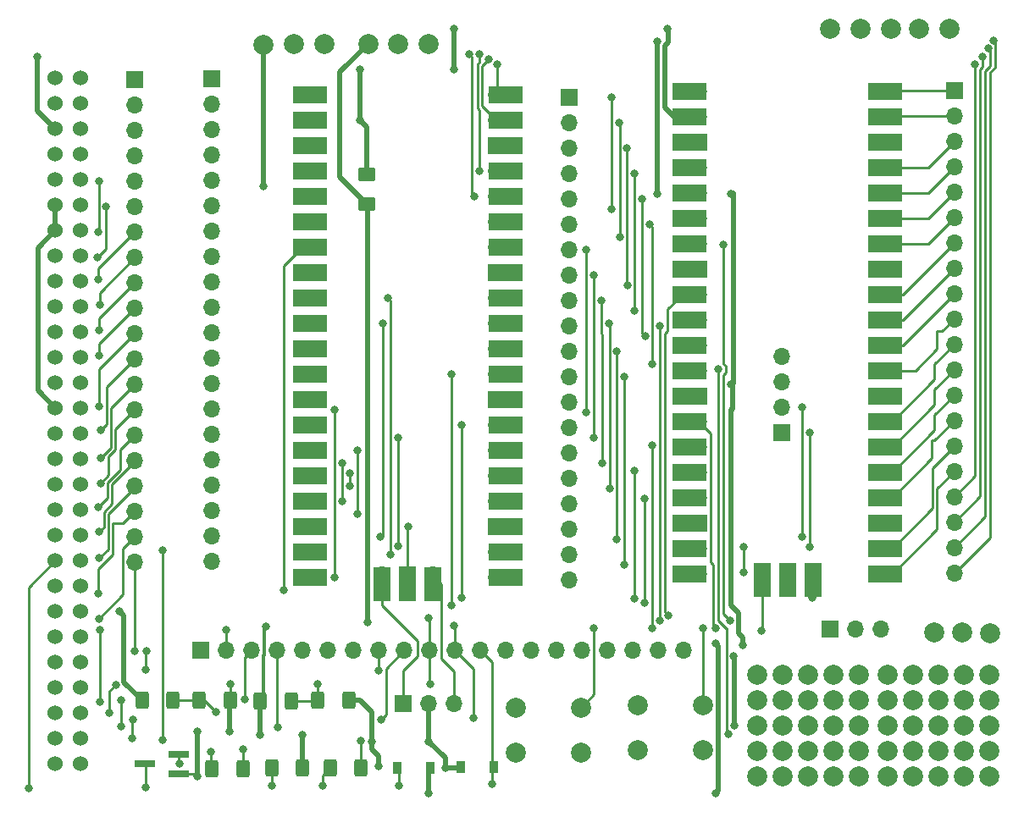
<source format=gbl>
%TF.GenerationSoftware,KiCad,Pcbnew,6.0.11-2627ca5db0~126~ubuntu22.04.1*%
%TF.CreationDate,2023-11-05T18:43:30+00:00*%
%TF.ProjectId,zx-spectrum-diagnostics,7a782d73-7065-4637-9472-756d2d646961,rev?*%
%TF.SameCoordinates,Original*%
%TF.FileFunction,Copper,L2,Bot*%
%TF.FilePolarity,Positive*%
%FSLAX46Y46*%
G04 Gerber Fmt 4.6, Leading zero omitted, Abs format (unit mm)*
G04 Created by KiCad (PCBNEW 6.0.11-2627ca5db0~126~ubuntu22.04.1) date 2023-11-05 18:43:30*
%MOMM*%
%LPD*%
G01*
G04 APERTURE LIST*
G04 Aperture macros list*
%AMRoundRect*
0 Rectangle with rounded corners*
0 $1 Rounding radius*
0 $2 $3 $4 $5 $6 $7 $8 $9 X,Y pos of 4 corners*
0 Add a 4 corners polygon primitive as box body*
4,1,4,$2,$3,$4,$5,$6,$7,$8,$9,$2,$3,0*
0 Add four circle primitives for the rounded corners*
1,1,$1+$1,$2,$3*
1,1,$1+$1,$4,$5*
1,1,$1+$1,$6,$7*
1,1,$1+$1,$8,$9*
0 Add four rect primitives between the rounded corners*
20,1,$1+$1,$2,$3,$4,$5,0*
20,1,$1+$1,$4,$5,$6,$7,0*
20,1,$1+$1,$6,$7,$8,$9,0*
20,1,$1+$1,$8,$9,$2,$3,0*%
G04 Aperture macros list end*
%TA.AperFunction,SMDPad,CuDef*%
%ADD10R,0.900000X1.200000*%
%TD*%
%TA.AperFunction,ComponentPad*%
%ADD11C,2.000000*%
%TD*%
%TA.AperFunction,SMDPad,CuDef*%
%ADD12RoundRect,0.250000X0.400000X0.625000X-0.400000X0.625000X-0.400000X-0.625000X0.400000X-0.625000X0*%
%TD*%
%TA.AperFunction,ComponentPad*%
%ADD13R,1.700000X1.700000*%
%TD*%
%TA.AperFunction,ComponentPad*%
%ADD14O,1.700000X1.700000*%
%TD*%
%TA.AperFunction,ComponentPad*%
%ADD15C,1.524000*%
%TD*%
%TA.AperFunction,SMDPad,CuDef*%
%ADD16RoundRect,0.250000X-0.400000X-0.625000X0.400000X-0.625000X0.400000X0.625000X-0.400000X0.625000X0*%
%TD*%
%TA.AperFunction,SMDPad,CuDef*%
%ADD17R,2.000000X0.650000*%
%TD*%
%TA.AperFunction,SMDPad,CuDef*%
%ADD18RoundRect,0.250001X-0.624999X0.462499X-0.624999X-0.462499X0.624999X-0.462499X0.624999X0.462499X0*%
%TD*%
%TA.AperFunction,SMDPad,CuDef*%
%ADD19R,3.500000X1.700000*%
%TD*%
%TA.AperFunction,SMDPad,CuDef*%
%ADD20R,1.700000X3.500000*%
%TD*%
%TA.AperFunction,ViaPad*%
%ADD21C,0.800000*%
%TD*%
%TA.AperFunction,Conductor*%
%ADD22C,0.500000*%
%TD*%
%TA.AperFunction,Conductor*%
%ADD23C,0.300000*%
%TD*%
%TA.AperFunction,Conductor*%
%ADD24C,0.250000*%
%TD*%
G04 APERTURE END LIST*
D10*
%TO.P,D103,1,K*%
%TO.N,MIN5V_DIV*%
X122220000Y-150270000D03*
%TO.P,D103,2,A*%
%TO.N,GND*%
X118920000Y-150270000D03*
%TD*%
%TO.P,D102,1,K*%
%TO.N,3V3_PICO1*%
X115910000Y-150290000D03*
%TO.P,D102,2,A*%
%TO.N,MIN5V_DIV*%
X112610000Y-150290000D03*
%TD*%
D11*
%TO.P,,1*%
%TO.N,GND*%
X155890000Y-76424000D03*
%TD*%
%TO.P,,1*%
%TO.N,GND*%
X158938000Y-76424000D03*
%TD*%
%TO.P,,1*%
%TO.N,GND*%
X161986000Y-76424000D03*
%TD*%
%TO.P,,1*%
%TO.N,GND*%
X164780000Y-76424000D03*
%TD*%
D12*
%TO.P,R107,1*%
%TO.N,PICO_RESET_Z80*%
X97170000Y-150370000D03*
%TO.P,R107,2*%
%TO.N,Net-(Q101-Pad1)*%
X94070000Y-150370000D03*
%TD*%
D11*
%TO.P,REF\u002A\u002A17,1*%
%TO.N,N/C*%
X166690000Y-148640000D03*
%TD*%
%TO.P,REF\u002A\u002A20,1*%
%TO.N,N/C*%
X148610000Y-151180000D03*
%TD*%
%TO.P,,1*%
%TO.N,+5V*%
X109726000Y-77898000D03*
%TD*%
%TO.P,REF\u002A\u002A19,1*%
%TO.N,N/C*%
X158770000Y-148640000D03*
%TD*%
%TO.P,REF\u002A\u002A,1*%
%TO.N,N/C*%
X148610000Y-141020000D03*
%TD*%
%TO.P,,1*%
%TO.N,3V3_PICO2*%
X99248000Y-78018000D03*
%TD*%
%TO.P,REF\u002A\u002A10,1*%
%TO.N,N/C*%
X148610000Y-146100000D03*
%TD*%
%TO.P,REF\u002A\u002A21,1*%
%TO.N,N/C*%
X151150000Y-151180000D03*
%TD*%
%TO.P,REF\u002A\u002A17,1*%
%TO.N,N/C*%
X153690000Y-148640000D03*
%TD*%
%TO.P,REF\u002A\u002A1,1*%
%TO.N,N/C*%
X151150000Y-141020000D03*
%TD*%
%TO.P,REF\u002A\u002A3,1*%
%TO.N,N/C*%
X169230000Y-141020000D03*
%TD*%
%TO.P,REF\u002A\u002A8,1*%
%TO.N,N/C*%
X169230000Y-143560000D03*
%TD*%
%TO.P,REF\u002A\u002A21,1*%
%TO.N,N/C*%
X164150000Y-151180000D03*
%TD*%
%TO.P,REF\u002A\u002A11,1*%
%TO.N,N/C*%
X164150000Y-146100000D03*
%TD*%
%TO.P,REF\u002A\u002A9,1*%
%TO.N,N/C*%
X158770000Y-143560000D03*
%TD*%
%TO.P,REF\u002A\u002A6,1*%
%TO.N,N/C*%
X164150000Y-143560000D03*
%TD*%
%TO.P,REF\u002A\u002A18,1*%
%TO.N,N/C*%
X156230000Y-148640000D03*
%TD*%
%TO.P,REF\u002A\u002A24,1*%
%TO.N,N/C*%
X158770000Y-151180000D03*
%TD*%
%TO.P,REF\u002A\u002A12,1*%
%TO.N,N/C*%
X166690000Y-146100000D03*
%TD*%
%TO.P,REF\u002A\u002A,1*%
%TO.N,N/C*%
X161610000Y-141020000D03*
%TD*%
%TO.P,,1*%
%TO.N,3V3_PICO1*%
X166270000Y-136750000D03*
%TD*%
%TO.P,REF\u002A\u002A13,1*%
%TO.N,N/C*%
X156230000Y-146100000D03*
%TD*%
%TO.P,,1*%
%TO.N,GND*%
X102296000Y-77948000D03*
%TD*%
%TO.P,REF\u002A\u002A24,1*%
%TO.N,N/C*%
X171770000Y-151180000D03*
%TD*%
%TO.P,REF\u002A\u002A3,1*%
%TO.N,N/C*%
X156230000Y-141020000D03*
%TD*%
%TO.P,REF\u002A\u002A22,1*%
%TO.N,N/C*%
X166690000Y-151180000D03*
%TD*%
%TO.P,REF\u002A\u002A13,1*%
%TO.N,N/C*%
X169230000Y-146100000D03*
%TD*%
%TO.P,,1*%
%TO.N,GND*%
X171850000Y-136810000D03*
%TD*%
%TO.P,REF\u002A\u002A2,1*%
%TO.N,N/C*%
X166690000Y-141020000D03*
%TD*%
D13*
%TO.P,J101,1,Pin_1*%
%TO.N,OLED_SDA*%
X151064000Y-116800000D03*
D14*
%TO.P,J101,2,Pin_2*%
%TO.N,OLED_SCK*%
X151064000Y-114260000D03*
%TO.P,J101,3,Pin_3*%
%TO.N,3V3_PICO1*%
X151064000Y-111720000D03*
%TO.P,J101,4,Pin_4*%
%TO.N,GND*%
X151064000Y-109180000D03*
%TD*%
D11*
%TO.P,,1*%
%TO.N,3V3_PICO1*%
X115758000Y-77898000D03*
%TD*%
%TO.P,SW101,1,A*%
%TO.N,GND*%
X143138000Y-148524000D03*
X136638000Y-148524000D03*
%TO.P,SW101,2,B*%
%TO.N,INPUT1*%
X136638000Y-144024000D03*
X143138000Y-144024000D03*
%TD*%
%TO.P,REF\u002A\u002A15,1*%
%TO.N,N/C*%
X161610000Y-148640000D03*
%TD*%
%TO.P,REF\u002A\u002A5,1*%
%TO.N,N/C*%
X148610000Y-143560000D03*
%TD*%
%TO.P,,1*%
%TO.N,GND*%
X112710000Y-77948000D03*
%TD*%
%TO.P,,1*%
%TO.N,+5V*%
X169050000Y-136800000D03*
%TD*%
%TO.P,REF\u002A\u002A2,1*%
%TO.N,N/C*%
X153690000Y-141020000D03*
%TD*%
%TO.P,REF\u002A\u002A6,1*%
%TO.N,N/C*%
X151150000Y-143560000D03*
%TD*%
%TO.P,REF\u002A\u002A11,1*%
%TO.N,N/C*%
X151150000Y-146100000D03*
%TD*%
%TO.P,REF\u002A\u002A14,1*%
%TO.N,N/C*%
X171770000Y-146100000D03*
%TD*%
%TO.P,SW102,1,A*%
%TO.N,GND*%
X130946000Y-148778000D03*
X124446000Y-148778000D03*
%TO.P,SW102,2,B*%
%TO.N,INPUT2*%
X130946000Y-144278000D03*
X124446000Y-144278000D03*
%TD*%
%TO.P,REF\u002A\u002A1,1*%
%TO.N,N/C*%
X164150000Y-141020000D03*
%TD*%
%TO.P,REF\u002A\u002A16,1*%
%TO.N,N/C*%
X164150000Y-148640000D03*
%TD*%
%TO.P,REF\u002A\u002A10,1*%
%TO.N,N/C*%
X161610000Y-146100000D03*
%TD*%
%TO.P,,1*%
%TO.N,+5V*%
X105344000Y-77948000D03*
%TD*%
%TO.P,REF\u002A\u002A4,1*%
%TO.N,N/C*%
X158770000Y-141020000D03*
%TD*%
%TO.P,REF\u002A\u002A20,1*%
%TO.N,N/C*%
X161610000Y-151180000D03*
%TD*%
%TO.P,REF\u002A\u002A16,1*%
%TO.N,N/C*%
X151150000Y-148640000D03*
%TD*%
%TO.P,REF\u002A\u002A15,1*%
%TO.N,N/C*%
X148610000Y-148640000D03*
%TD*%
%TO.P,,1*%
%TO.N,GND*%
X167828000Y-76424000D03*
%TD*%
%TO.P,REF\u002A\u002A14,1*%
%TO.N,N/C*%
X158770000Y-146100000D03*
%TD*%
%TO.P,REF\u002A\u002A7,1*%
%TO.N,N/C*%
X166690000Y-143560000D03*
%TD*%
%TO.P,REF\u002A\u002A9,1*%
%TO.N,N/C*%
X171770000Y-143560000D03*
%TD*%
%TO.P,REF\u002A\u002A12,1*%
%TO.N,N/C*%
X153690000Y-146100000D03*
%TD*%
%TO.P,REF\u002A\u002A19,1*%
%TO.N,N/C*%
X171770000Y-148640000D03*
%TD*%
%TO.P,REF\u002A\u002A7,1*%
%TO.N,N/C*%
X153690000Y-143560000D03*
%TD*%
%TO.P,REF\u002A\u002A23,1*%
%TO.N,N/C*%
X169230000Y-151180000D03*
%TD*%
%TO.P,REF\u002A\u002A23,1*%
%TO.N,N/C*%
X156230000Y-151180000D03*
%TD*%
%TO.P,REF\u002A\u002A22,1*%
%TO.N,N/C*%
X153690000Y-151180000D03*
%TD*%
%TO.P,REF\u002A\u002A4,1*%
%TO.N,N/C*%
X171770000Y-141020000D03*
%TD*%
D15*
%TO.P,Z101,*%
%TO.N,*%
X78420000Y-91470000D03*
X80960000Y-91470000D03*
%TO.P,Z101,A1,A15*%
%TO.N,ZXA15*%
X80960000Y-81310000D03*
%TO.P,Z101,A2,A13*%
%TO.N,ZXA13*%
X80960000Y-83850000D03*
%TO.P,Z101,A3,D7*%
%TO.N,ZXD7*%
X80960000Y-86390000D03*
%TO.P,Z101,A4,NC*%
%TO.N,unconnected-(Z101-PadA4)*%
X80960000Y-88930000D03*
%TO.P,Z101,A6,D0*%
%TO.N,ZXD0*%
X80960000Y-94010000D03*
%TO.P,Z101,A7,D1*%
%TO.N,ZXD1*%
X80960000Y-96550000D03*
%TO.P,Z101,A8,D2*%
%TO.N,ZXD2*%
X80960000Y-99090000D03*
%TO.P,Z101,A9,D6*%
%TO.N,ZXD6*%
X80960000Y-101630000D03*
%TO.P,Z101,A10,D5*%
%TO.N,ZXD5*%
X80960000Y-104170000D03*
%TO.P,Z101,A11,D3*%
%TO.N,ZXD3*%
X80960000Y-106710000D03*
%TO.P,Z101,A12,D4*%
%TO.N,ZXD4*%
X80960000Y-109250000D03*
%TO.P,Z101,A13,~{INT}*%
%TO.N,ZXINT*%
X80960000Y-111790000D03*
%TO.P,Z101,A14,~{NMI}*%
%TO.N,ZXNMI*%
X80960000Y-114330000D03*
%TO.P,Z101,A15,~{HALT}*%
%TO.N,ZXHALT*%
X80960000Y-116870000D03*
%TO.P,Z101,A16,~{MREQ}*%
%TO.N,ZXMREQ*%
X80960000Y-119410000D03*
%TO.P,Z101,A17,~{IORQ}*%
%TO.N,ZXIORQ*%
X80960000Y-121950000D03*
%TO.P,Z101,A18,~{RD}*%
%TO.N,ZXRD*%
X80960000Y-124490000D03*
%TO.P,Z101,A19,~{WR}*%
%TO.N,ZXWR*%
X80960000Y-127030000D03*
%TO.P,Z101,A20,-5V*%
%TO.N,ZXMIN5V*%
X80960000Y-129570000D03*
%TO.P,Z101,A21,~{WAIT}*%
%TO.N,ZXWAIT*%
X80960000Y-132110000D03*
%TO.P,Z101,A22,+12V*%
%TO.N,ZX12V*%
X80960000Y-134650000D03*
%TO.P,Z101,A23,+12VAC*%
%TO.N,ZX12VAC*%
X80960000Y-137190000D03*
%TO.P,Z101,A24,~{M1}*%
%TO.N,ZXM1*%
X80960000Y-139730000D03*
%TO.P,Z101,A25,~{RFSH}*%
%TO.N,ZXRFSH*%
X80960000Y-142270000D03*
%TO.P,Z101,A26,A8*%
%TO.N,ZXA8*%
X80960000Y-144810000D03*
%TO.P,Z101,A27,A10*%
%TO.N,ZXA10*%
X80960000Y-147350000D03*
%TO.P,Z101,A28,NC*%
%TO.N,unconnected-(Z101-PadA28)*%
X80960000Y-149890000D03*
%TO.P,Z101,B1,A14*%
%TO.N,ZXA14*%
X78420000Y-81310000D03*
%TO.P,Z101,B2,A12*%
%TO.N,ZXA12*%
X78420000Y-83850000D03*
%TO.P,Z101,B3,+5v*%
%TO.N,+5V*%
X78420000Y-86390000D03*
%TO.P,Z101,B4,+9V*%
%TO.N,ZX9V*%
X78420000Y-88930000D03*
%TO.P,Z101,B6,GND*%
%TO.N,GND*%
X78420000Y-94010000D03*
%TO.P,Z101,B7,GND*%
X78420000Y-96550000D03*
%TO.P,Z101,B8,CLK*%
%TO.N,ZXCLK*%
X78420000Y-99090000D03*
%TO.P,Z101,B9,A0*%
%TO.N,ZXA0*%
X78420000Y-101630000D03*
%TO.P,Z101,B10,A1*%
%TO.N,ZXA1*%
X78420000Y-104170000D03*
%TO.P,Z101,B11,A2*%
%TO.N,ZXA2*%
X78420000Y-106710000D03*
%TO.P,Z101,B12,A3*%
%TO.N,ZXA3*%
X78420000Y-109250000D03*
%TO.P,Z101,B13,~{IORQGE}*%
%TO.N,ZXIORQGE*%
X78420000Y-111790000D03*
%TO.P,Z101,B14,GND*%
%TO.N,GND*%
X78420000Y-114330000D03*
%TO.P,Z101,B15,VIDEO*%
%TO.N,ZXVIDEO*%
X78420000Y-116870000D03*
%TO.P,Z101,B16,Y*%
%TO.N,ZXY*%
X78420000Y-119410000D03*
%TO.P,Z101,B17,V*%
%TO.N,ZXV*%
X78420000Y-121950000D03*
%TO.P,Z101,B18,U*%
%TO.N,ZXU*%
X78420000Y-124490000D03*
%TO.P,Z101,B19,~{BUSRQ}*%
%TO.N,ZXBUSRQ*%
X78420000Y-127030000D03*
%TO.P,Z101,B20,~{RESET}*%
%TO.N,ZXRESET*%
X78420000Y-129570000D03*
%TO.P,Z101,B21,A7*%
%TO.N,ZXA7*%
X78420000Y-132110000D03*
%TO.P,Z101,B22,A6*%
%TO.N,ZXA6*%
X78420000Y-134650000D03*
%TO.P,Z101,B23,A5*%
%TO.N,ZXA5*%
X78420000Y-137190000D03*
%TO.P,Z101,B24,A4*%
%TO.N,ZXA4*%
X78420000Y-139730000D03*
%TO.P,Z101,B25,~{ROMCS}*%
%TO.N,ZXROMCS*%
X78420000Y-142270000D03*
%TO.P,Z101,B26,~{BUSACK}*%
%TO.N,ZXBUSACK*%
X78420000Y-144810000D03*
%TO.P,Z101,B27,A9*%
%TO.N,ZXA9*%
X78420000Y-147350000D03*
%TO.P,Z101,B28,A11*%
%TO.N,ZXA11*%
X78420000Y-149890000D03*
%TD*%
D11*
%TO.P,REF\u002A\u002A5,1*%
%TO.N,N/C*%
X161610000Y-143560000D03*
%TD*%
%TO.P,REF\u002A\u002A8,1*%
%TO.N,N/C*%
X156230000Y-143560000D03*
%TD*%
%TO.P,REF\u002A\u002A18,1*%
%TO.N,N/C*%
X169230000Y-148640000D03*
%TD*%
D13*
%TO.P,J203,1,Pin_1*%
%TO.N,ZXA14*%
X86365000Y-81470000D03*
D14*
%TO.P,J203,2,Pin_2*%
%TO.N,ZXA12*%
X86365000Y-84010000D03*
%TO.P,J203,3,Pin_3*%
%TO.N,+5V*%
X86365000Y-86550000D03*
%TO.P,J203,4,Pin_4*%
%TO.N,ZX9V*%
X86365000Y-89090000D03*
%TO.P,J203,5,Pin_5*%
%TO.N,ZXCLK*%
X86365000Y-91630000D03*
%TO.P,J203,6,Pin_6*%
%TO.N,ZXA0*%
X86365000Y-94170000D03*
%TO.P,J203,7,Pin_7*%
%TO.N,ZXA1*%
X86365000Y-96710000D03*
%TO.P,J203,8,Pin_8*%
%TO.N,ZXA2*%
X86365000Y-99250000D03*
%TO.P,J203,9,Pin_9*%
%TO.N,ZXA3*%
X86365000Y-101790000D03*
%TO.P,J203,10,Pin_10*%
%TO.N,ZXIORQGE*%
X86365000Y-104330000D03*
%TO.P,J203,11,Pin_11*%
%TO.N,ZXVIDEO*%
X86365000Y-106870000D03*
%TO.P,J203,12,Pin_12*%
%TO.N,ZXY*%
X86365000Y-109410000D03*
%TO.P,J203,13,Pin_13*%
%TO.N,ZXV*%
X86365000Y-111950000D03*
%TO.P,J203,14,Pin_14*%
%TO.N,ZXU*%
X86365000Y-114490000D03*
%TO.P,J203,15,Pin_15*%
%TO.N,ZXBUSRQ*%
X86365000Y-117030000D03*
%TO.P,J203,16,Pin_16*%
%TO.N,ZXRESET*%
X86365000Y-119570000D03*
%TO.P,J203,17,Pin_17*%
%TO.N,ZXA7*%
X86365000Y-122110000D03*
%TO.P,J203,18,Pin_18*%
%TO.N,ZXA6*%
X86365000Y-124650000D03*
%TO.P,J203,19,Pin_19*%
%TO.N,ZXA5*%
X86365000Y-127190000D03*
%TO.P,J203,20,Pin_20*%
%TO.N,ZXA4*%
X86365000Y-129730000D03*
%TD*%
D16*
%TO.P,R106,1*%
%TO.N,12V_DIV*%
X92820000Y-143560000D03*
%TO.P,R106,2*%
%TO.N,GND*%
X95920000Y-143560000D03*
%TD*%
D13*
%TO.P,J204,1,Pin_1*%
%TO.N,P1_GPIO0*%
X168295000Y-82560000D03*
D14*
%TO.P,J204,2,Pin_2*%
%TO.N,P1_GPIO1*%
X168295000Y-85100000D03*
%TO.P,J204,3,Pin_3*%
%TO.N,P1_GPIO2*%
X168295000Y-87640000D03*
%TO.P,J204,4,Pin_4*%
%TO.N,P1_GPIO3*%
X168295000Y-90180000D03*
%TO.P,J204,5,Pin_5*%
%TO.N,P1_GPIO4*%
X168295000Y-92720000D03*
%TO.P,J204,6,Pin_6*%
%TO.N,P1_GPIO5*%
X168295000Y-95260000D03*
%TO.P,J204,7,Pin_7*%
%TO.N,P1_GPIO6*%
X168295000Y-97800000D03*
%TO.P,J204,8,Pin_8*%
%TO.N,P1_GPIO7*%
X168295000Y-100340000D03*
%TO.P,J204,9,Pin_9*%
%TO.N,P1_GPIO8*%
X168295000Y-102880000D03*
%TO.P,J204,10,Pin_10*%
%TO.N,P1_GPIO9*%
X168295000Y-105420000D03*
%TO.P,J204,11,Pin_11*%
%TO.N,P1_GPIO10*%
X168295000Y-107960000D03*
%TO.P,J204,12,Pin_12*%
%TO.N,P1_GPIO11*%
X168295000Y-110500000D03*
%TO.P,J204,13,Pin_13*%
%TO.N,P1_GPIO12*%
X168295000Y-113040000D03*
%TO.P,J204,14,Pin_14*%
%TO.N,P1_GPIO13*%
X168295000Y-115580000D03*
%TO.P,J204,15,Pin_15*%
%TO.N,P1_GPIO14*%
X168295000Y-118120000D03*
%TO.P,J204,16,Pin_16*%
%TO.N,P1_GPIO15*%
X168295000Y-120660000D03*
%TO.P,J204,17,Pin_17*%
%TO.N,P2_GPIO0*%
X168295000Y-123200000D03*
%TO.P,J204,18,Pin_18*%
%TO.N,P2_GPIO1*%
X168295000Y-125740000D03*
%TO.P,J204,19,Pin_19*%
%TO.N,P2_GPIO2*%
X168295000Y-128280000D03*
%TO.P,J204,20,Pin_20*%
%TO.N,P2_GPIO3*%
X168295000Y-130820000D03*
%TD*%
D12*
%TO.P,R101,1*%
%TO.N,+5V*%
X103140000Y-150330000D03*
%TO.P,R101,2*%
%TO.N,MIN5V_DIV*%
X100040000Y-150330000D03*
%TD*%
D14*
%TO.P,J202,20,Pin_20*%
%TO.N,unconnected-(J202-Pad20)*%
X141250000Y-138565000D03*
%TO.P,J202,19,Pin_19*%
%TO.N,unconnected-(J202-Pad19)*%
X138710000Y-138565000D03*
%TO.P,J202,18,Pin_18*%
%TO.N,unconnected-(J202-Pad18)*%
X136170000Y-138565000D03*
%TO.P,J202,17,Pin_17*%
%TO.N,unconnected-(J202-Pad17)*%
X133630000Y-138565000D03*
%TO.P,J202,16,Pin_16*%
%TO.N,unconnected-(J202-Pad16)*%
X131090000Y-138565000D03*
%TO.P,J202,15,Pin_15*%
%TO.N,unconnected-(J202-Pad15)*%
X128550000Y-138565000D03*
%TO.P,J202,14,Pin_14*%
%TO.N,unconnected-(J202-Pad14)*%
X126010000Y-138565000D03*
%TO.P,J202,13,Pin_13*%
%TO.N,unconnected-(J202-Pad13)*%
X123470000Y-138565000D03*
%TO.P,J202,12,Pin_12*%
%TO.N,MIN5V_DIV*%
X120930000Y-138565000D03*
%TO.P,J202,11,Pin_11*%
%TO.N,12V_DIV*%
X118390000Y-138565000D03*
%TO.P,J202,10,Pin_10*%
%TO.N,5V_DIV*%
X115850000Y-138565000D03*
%TO.P,J202,9,Pin_9*%
%TO.N,ZXA10*%
X113310000Y-138565000D03*
%TO.P,J202,8,Pin_8*%
%TO.N,ZXA8*%
X110770000Y-138565000D03*
%TO.P,J202,7,Pin_7*%
%TO.N,ZXRFSH*%
X108230000Y-138565000D03*
%TO.P,J202,6,Pin_6*%
%TO.N,ZXM1*%
X105690000Y-138565000D03*
%TO.P,J202,5,Pin_5*%
%TO.N,ZX12VAC*%
X103150000Y-138565000D03*
%TO.P,J202,4,Pin_4*%
%TO.N,ZXA11*%
X100610000Y-138565000D03*
%TO.P,J202,3,Pin_3*%
%TO.N,ZXA9*%
X98070000Y-138565000D03*
%TO.P,J202,2,Pin_2*%
%TO.N,ZXBUSACK*%
X95530000Y-138565000D03*
D13*
%TO.P,J202,1,Pin_1*%
%TO.N,ZXROMCS*%
X92990000Y-138565000D03*
%TD*%
D17*
%TO.P,Q101,1,B*%
%TO.N,Net-(Q101-Pad1)*%
X90790000Y-148980000D03*
%TO.P,Q101,2,E*%
%TO.N,GND*%
X90790000Y-150880000D03*
%TO.P,Q101,3,C*%
%TO.N,ZXRESET*%
X87370000Y-149930000D03*
%TD*%
D13*
%TO.P,J102,1,Pin_1*%
%TO.N,P1_SWDIO*%
X155825000Y-136465000D03*
D14*
%TO.P,J102,2,Pin_2*%
%TO.N,GND*%
X158365000Y-136465000D03*
%TO.P,J102,3,Pin_3*%
%TO.N,P1_SWCLK*%
X160905000Y-136465000D03*
%TD*%
D16*
%TO.P,R102,1*%
%TO.N,MIN5V_DIV*%
X105900000Y-150320000D03*
%TO.P,R102,2*%
%TO.N,ZXMIN5V*%
X109000000Y-150320000D03*
%TD*%
D12*
%TO.P,R103,1*%
%TO.N,5V_DIV*%
X101990000Y-143590000D03*
%TO.P,R103,2*%
%TO.N,+5V*%
X98890000Y-143590000D03*
%TD*%
D18*
%TO.P,D101,1,K*%
%TO.N,PICO_PWR*%
X109550000Y-90952500D03*
%TO.P,D101,2,A*%
%TO.N,+5V*%
X109550000Y-93927500D03*
%TD*%
D19*
%TO.P,U102,1,GPIO0*%
%TO.N,P2_GPIO0*%
X123420000Y-83020000D03*
D14*
X122520000Y-83020000D03*
%TO.P,U102,2,GPIO1*%
%TO.N,P2_GPIO1*%
X122520000Y-85560000D03*
D19*
X123420000Y-85560000D03*
D13*
%TO.P,U102,3,GND*%
%TO.N,GND*%
X122520000Y-88100000D03*
D19*
X123420000Y-88100000D03*
%TO.P,U102,4,GPIO2*%
%TO.N,P2_GPIO2*%
X123420000Y-90640000D03*
D14*
X122520000Y-90640000D03*
D19*
%TO.P,U102,5,GPIO3*%
%TO.N,P2_GPIO3*%
X123420000Y-93180000D03*
D14*
X122520000Y-93180000D03*
D19*
%TO.P,U102,6,GPIO4*%
%TO.N,P2_GPIO4*%
X123420000Y-95720000D03*
D14*
X122520000Y-95720000D03*
%TO.P,U102,7,GPIO5*%
%TO.N,P2_GPIO5*%
X122520000Y-98260000D03*
D19*
X123420000Y-98260000D03*
%TO.P,U102,8,GND*%
%TO.N,GND*%
X123420000Y-100800000D03*
D13*
X122520000Y-100800000D03*
D14*
%TO.P,U102,9,GPIO6*%
%TO.N,P2_GPIO6*%
X122520000Y-103340000D03*
D19*
X123420000Y-103340000D03*
D14*
%TO.P,U102,10,GPIO7*%
%TO.N,P2_GPIO7*%
X122520000Y-105880000D03*
D19*
X123420000Y-105880000D03*
D14*
%TO.P,U102,11,GPIO8*%
%TO.N,P2_GPIO8*%
X122520000Y-108420000D03*
D19*
X123420000Y-108420000D03*
%TO.P,U102,12,GPIO9*%
%TO.N,P2_GPIO9*%
X123420000Y-110960000D03*
D14*
X122520000Y-110960000D03*
D13*
%TO.P,U102,13,GND*%
%TO.N,GND*%
X122520000Y-113500000D03*
D19*
X123420000Y-113500000D03*
%TO.P,U102,14,GPIO10*%
%TO.N,P2_GPIO10*%
X123420000Y-116040000D03*
D14*
X122520000Y-116040000D03*
D19*
%TO.P,U102,15,GPIO11*%
%TO.N,P2_GPIO11*%
X123420000Y-118580000D03*
D14*
X122520000Y-118580000D03*
D19*
%TO.P,U102,16,GPIO12*%
%TO.N,P2_GPIO12*%
X123420000Y-121120000D03*
D14*
X122520000Y-121120000D03*
%TO.P,U102,17,GPIO13*%
%TO.N,P2_GPIO13*%
X122520000Y-123660000D03*
D19*
X123420000Y-123660000D03*
D13*
%TO.P,U102,18,GND*%
%TO.N,GND*%
X122520000Y-126200000D03*
D19*
X123420000Y-126200000D03*
D14*
%TO.P,U102,19,GPIO14*%
%TO.N,P2_GPIO14*%
X122520000Y-128740000D03*
D19*
X123420000Y-128740000D03*
%TO.P,U102,20,GPIO15*%
%TO.N,P2_GPIO15*%
X123420000Y-131280000D03*
D14*
X122520000Y-131280000D03*
%TO.P,U102,21,GPIO16*%
%TO.N,P2_GPIO16*%
X104740000Y-131280000D03*
D19*
X103840000Y-131280000D03*
D14*
%TO.P,U102,22,GPIO17*%
%TO.N,P2_GPIO17*%
X104740000Y-128740000D03*
D19*
X103840000Y-128740000D03*
%TO.P,U102,23,GND*%
%TO.N,GND*%
X103840000Y-126200000D03*
D13*
X104740000Y-126200000D03*
D19*
%TO.P,U102,24,GPIO18*%
%TO.N,P2_GPIO18*%
X103840000Y-123660000D03*
D14*
X104740000Y-123660000D03*
D19*
%TO.P,U102,25,GPIO19*%
%TO.N,P2_GPIO19*%
X103840000Y-121120000D03*
D14*
X104740000Y-121120000D03*
D19*
%TO.P,U102,26,GPIO20*%
%TO.N,P2_GPIO20*%
X103840000Y-118580000D03*
D14*
X104740000Y-118580000D03*
D19*
%TO.P,U102,27,GPIO21*%
%TO.N,P2_LINKIN*%
X103840000Y-116040000D03*
D14*
X104740000Y-116040000D03*
D13*
%TO.P,U102,28,GND*%
%TO.N,GND*%
X104740000Y-113500000D03*
D19*
X103840000Y-113500000D03*
D14*
%TO.P,U102,29,GPIO22*%
%TO.N,P2_LINKOUT*%
X104740000Y-110960000D03*
D19*
X103840000Y-110960000D03*
D14*
%TO.P,U102,30,RUN*%
%TO.N,unconnected-(U102-Pad30)*%
X104740000Y-108420000D03*
D19*
X103840000Y-108420000D03*
%TO.P,U102,31,GPIO26_ADC0*%
%TO.N,P2_GPIO26*%
X103840000Y-105880000D03*
D14*
X104740000Y-105880000D03*
%TO.P,U102,32,GPIO27_ADC1*%
%TO.N,P2_GPIO27*%
X104740000Y-103340000D03*
D19*
X103840000Y-103340000D03*
%TO.P,U102,33,AGND*%
%TO.N,GND*%
X103840000Y-100800000D03*
D13*
X104740000Y-100800000D03*
D14*
%TO.P,U102,34,GPIO28_ADC2*%
%TO.N,P2_GPIO28*%
X104740000Y-98260000D03*
D19*
X103840000Y-98260000D03*
D14*
%TO.P,U102,35,ADC_VREF*%
%TO.N,unconnected-(U102-Pad35)*%
X104740000Y-95720000D03*
D19*
X103840000Y-95720000D03*
%TO.P,U102,36,3V3*%
%TO.N,3V3_PICO2*%
X103840000Y-93180000D03*
D14*
X104740000Y-93180000D03*
%TO.P,U102,37,3V3_EN*%
%TO.N,unconnected-(U102-Pad37)*%
X104740000Y-90640000D03*
D19*
X103840000Y-90640000D03*
%TO.P,U102,38,GND*%
%TO.N,GND*%
X103840000Y-88100000D03*
D13*
X104740000Y-88100000D03*
D19*
%TO.P,U102,39,VSYS*%
%TO.N,PICO_PWR*%
X103840000Y-85560000D03*
D14*
X104740000Y-85560000D03*
%TO.P,U102,40,VBUS*%
%TO.N,unconnected-(U102-Pad40)*%
X104740000Y-83020000D03*
D19*
X103840000Y-83020000D03*
D14*
%TO.P,U102,41,SWCLK*%
%TO.N,P2_SWCLK*%
X116170000Y-131050000D03*
D20*
X116170000Y-131950000D03*
D13*
%TO.P,U102,42,GND*%
%TO.N,GND*%
X113630000Y-131050000D03*
D20*
X113630000Y-131950000D03*
%TO.P,U102,43,SWDIO*%
%TO.N,P2_SWDIO*%
X111090000Y-131950000D03*
D14*
X111090000Y-131050000D03*
%TD*%
D13*
%TO.P,J103,1,Pin_1*%
%TO.N,P2_SWDIO*%
X113235000Y-143915000D03*
D14*
%TO.P,J103,2,Pin_2*%
%TO.N,GND*%
X115775000Y-143915000D03*
%TO.P,J103,3,Pin_3*%
%TO.N,P2_SWCLK*%
X118315000Y-143915000D03*
%TD*%
D19*
%TO.P,U101,1,GPIO0*%
%TO.N,P1_GPIO0*%
X161390000Y-82625000D03*
D14*
X160490000Y-82625000D03*
D19*
%TO.P,U101,2,GPIO1*%
%TO.N,P1_GPIO1*%
X161390000Y-85165000D03*
D14*
X160490000Y-85165000D03*
D19*
%TO.P,U101,3,GND*%
%TO.N,GND*%
X161390000Y-87705000D03*
D13*
X160490000Y-87705000D03*
D14*
%TO.P,U101,4,GPIO2*%
%TO.N,P1_GPIO2*%
X160490000Y-90245000D03*
D19*
X161390000Y-90245000D03*
%TO.P,U101,5,GPIO3*%
%TO.N,P1_GPIO3*%
X161390000Y-92785000D03*
D14*
X160490000Y-92785000D03*
%TO.P,U101,6,GPIO4*%
%TO.N,P1_GPIO4*%
X160490000Y-95325000D03*
D19*
X161390000Y-95325000D03*
D14*
%TO.P,U101,7,GPIO5*%
%TO.N,P1_GPIO5*%
X160490000Y-97865000D03*
D19*
X161390000Y-97865000D03*
%TO.P,U101,8,GND*%
%TO.N,GND*%
X161390000Y-100405000D03*
D13*
X160490000Y-100405000D03*
D19*
%TO.P,U101,9,GPIO6*%
%TO.N,P1_GPIO6*%
X161390000Y-102945000D03*
D14*
X160490000Y-102945000D03*
%TO.P,U101,10,GPIO7*%
%TO.N,P1_GPIO7*%
X160490000Y-105485000D03*
D19*
X161390000Y-105485000D03*
%TO.P,U101,11,GPIO8*%
%TO.N,P1_GPIO8*%
X161390000Y-108025000D03*
D14*
X160490000Y-108025000D03*
%TO.P,U101,12,GPIO9*%
%TO.N,P1_GPIO9*%
X160490000Y-110565000D03*
D19*
X161390000Y-110565000D03*
%TO.P,U101,13,GND*%
%TO.N,GND*%
X161390000Y-113105000D03*
D13*
X160490000Y-113105000D03*
D19*
%TO.P,U101,14,GPIO10*%
%TO.N,P1_GPIO10*%
X161390000Y-115645000D03*
D14*
X160490000Y-115645000D03*
D19*
%TO.P,U101,15,GPIO11*%
%TO.N,P1_GPIO11*%
X161390000Y-118185000D03*
D14*
X160490000Y-118185000D03*
D19*
%TO.P,U101,16,GPIO12*%
%TO.N,P1_GPIO12*%
X161390000Y-120725000D03*
D14*
X160490000Y-120725000D03*
D19*
%TO.P,U101,17,GPIO13*%
%TO.N,P1_GPIO13*%
X161390000Y-123265000D03*
D14*
X160490000Y-123265000D03*
D19*
%TO.P,U101,18,GND*%
%TO.N,GND*%
X161390000Y-125805000D03*
D13*
X160490000Y-125805000D03*
D14*
%TO.P,U101,19,GPIO14*%
%TO.N,P1_GPIO14*%
X160490000Y-128345000D03*
D19*
X161390000Y-128345000D03*
%TO.P,U101,20,GPIO15*%
%TO.N,P1_GPIO15*%
X161390000Y-130885000D03*
D14*
X160490000Y-130885000D03*
%TO.P,U101,21,GPIO16*%
%TO.N,OLED_SDA*%
X142710000Y-130885000D03*
D19*
X141810000Y-130885000D03*
D14*
%TO.P,U101,22,GPIO17*%
%TO.N,OLED_SCK*%
X142710000Y-128345000D03*
D19*
X141810000Y-128345000D03*
%TO.P,U101,23,GND*%
%TO.N,GND*%
X141810000Y-125805000D03*
D13*
X142710000Y-125805000D03*
D14*
%TO.P,U101,24,GPIO18*%
%TO.N,P2_LINKOUT*%
X142710000Y-123265000D03*
D19*
X141810000Y-123265000D03*
D14*
%TO.P,U101,25,GPIO19*%
%TO.N,P2_LINKIN*%
X142710000Y-120725000D03*
D19*
X141810000Y-120725000D03*
D14*
%TO.P,U101,26,GPIO20*%
%TO.N,INPUT2*%
X142710000Y-118185000D03*
D19*
X141810000Y-118185000D03*
D14*
%TO.P,U101,27,GPIO21*%
%TO.N,INPUT1*%
X142710000Y-115645000D03*
D19*
X141810000Y-115645000D03*
D13*
%TO.P,U101,28,GND*%
%TO.N,GND*%
X142710000Y-113105000D03*
D19*
X141810000Y-113105000D03*
D14*
%TO.P,U101,29,GPIO22*%
%TO.N,PICO_RESET_Z80*%
X142710000Y-110565000D03*
D19*
X141810000Y-110565000D03*
%TO.P,U101,30,RUN*%
%TO.N,unconnected-(U101-Pad30)*%
X141810000Y-108025000D03*
D14*
X142710000Y-108025000D03*
D19*
%TO.P,U101,31,GPIO26_ADC0*%
%TO.N,MIN5V_DIV*%
X141810000Y-105485000D03*
D14*
X142710000Y-105485000D03*
%TO.P,U101,32,GPIO27_ADC1*%
%TO.N,12V_DIV*%
X142710000Y-102945000D03*
D19*
X141810000Y-102945000D03*
%TO.P,U101,33,AGND*%
%TO.N,GND*%
X141810000Y-100405000D03*
D13*
X142710000Y-100405000D03*
D19*
%TO.P,U101,34,GPIO28_ADC2*%
%TO.N,5V_DIV*%
X141810000Y-97865000D03*
D14*
X142710000Y-97865000D03*
D19*
%TO.P,U101,35,ADC_VREF*%
%TO.N,unconnected-(U101-Pad35)*%
X141810000Y-95325000D03*
D14*
X142710000Y-95325000D03*
D19*
%TO.P,U101,36,3V3*%
%TO.N,3V3_PICO1*%
X141810000Y-92785000D03*
D14*
X142710000Y-92785000D03*
D19*
%TO.P,U101,37,3V3_EN*%
%TO.N,unconnected-(U101-Pad37)*%
X141810000Y-90245000D03*
D14*
X142710000Y-90245000D03*
D13*
%TO.P,U101,38,GND*%
%TO.N,GND*%
X142710000Y-87705000D03*
D19*
X141810000Y-87705000D03*
D14*
%TO.P,U101,39,VSYS*%
%TO.N,PICO_PWR*%
X142710000Y-85165000D03*
D19*
X141810000Y-85165000D03*
D14*
%TO.P,U101,40,VBUS*%
%TO.N,unconnected-(U101-Pad40)*%
X142710000Y-82625000D03*
D19*
X141810000Y-82625000D03*
D14*
%TO.P,U101,41,SWCLK*%
%TO.N,P1_SWCLK*%
X154140000Y-130655000D03*
D20*
X154140000Y-131555000D03*
%TO.P,U101,42,GND*%
%TO.N,GND*%
X151600000Y-131555000D03*
D13*
X151600000Y-130655000D03*
D20*
%TO.P,U101,43,SWDIO*%
%TO.N,P1_SWDIO*%
X149060000Y-131555000D03*
D14*
X149060000Y-130655000D03*
%TD*%
D16*
%TO.P,R104,1*%
%TO.N,5V_DIV*%
X104650000Y-143530000D03*
%TO.P,R104,2*%
%TO.N,GND*%
X107750000Y-143530000D03*
%TD*%
D13*
%TO.P,J205,1,Pin_1*%
%TO.N,P2_GPIO4*%
X129770000Y-83240000D03*
D14*
%TO.P,J205,2,Pin_2*%
%TO.N,P2_GPIO5*%
X129770000Y-85780000D03*
%TO.P,J205,3,Pin_3*%
%TO.N,P2_GPIO6*%
X129770000Y-88320000D03*
%TO.P,J205,4,Pin_4*%
%TO.N,P2_GPIO7*%
X129770000Y-90860000D03*
%TO.P,J205,5,Pin_5*%
%TO.N,P2_GPIO8*%
X129770000Y-93400000D03*
%TO.P,J205,6,Pin_6*%
%TO.N,P2_GPIO9*%
X129770000Y-95940000D03*
%TO.P,J205,7,Pin_7*%
%TO.N,P2_GPIO10*%
X129770000Y-98480000D03*
%TO.P,J205,8,Pin_8*%
%TO.N,P2_GPIO11*%
X129770000Y-101020000D03*
%TO.P,J205,9,Pin_9*%
%TO.N,P2_GPIO12*%
X129770000Y-103560000D03*
%TO.P,J205,10,Pin_10*%
%TO.N,P2_GPIO13*%
X129770000Y-106100000D03*
%TO.P,J205,11,Pin_11*%
%TO.N,P2_GPIO14*%
X129770000Y-108640000D03*
%TO.P,J205,12,Pin_12*%
%TO.N,P2_GPIO15*%
X129770000Y-111180000D03*
%TO.P,J205,13,Pin_13*%
%TO.N,P2_GPIO16*%
X129770000Y-113720000D03*
%TO.P,J205,14,Pin_14*%
%TO.N,P2_GPIO17*%
X129770000Y-116260000D03*
%TO.P,J205,15,Pin_15*%
%TO.N,P2_GPIO18*%
X129770000Y-118800000D03*
%TO.P,J205,16,Pin_16*%
%TO.N,P2_GPIO19*%
X129770000Y-121340000D03*
%TO.P,J205,17,Pin_17*%
%TO.N,P2_GPIO20*%
X129770000Y-123880000D03*
%TO.P,J205,18,Pin_18*%
%TO.N,P2_GPIO26*%
X129770000Y-126420000D03*
%TO.P,J205,19,Pin_19*%
%TO.N,P2_GPIO27*%
X129770000Y-128960000D03*
%TO.P,J205,20,Pin_20*%
%TO.N,P2_GPIO28*%
X129770000Y-131500000D03*
%TD*%
D12*
%TO.P,R105,1*%
%TO.N,12V_DIV*%
X90180000Y-143550000D03*
%TO.P,R105,2*%
%TO.N,ZX12V*%
X87080000Y-143550000D03*
%TD*%
D13*
%TO.P,J201,1,Pin_1*%
%TO.N,ZXA15*%
X94090000Y-81430000D03*
D14*
%TO.P,J201,2,Pin_2*%
%TO.N,ZXA13*%
X94090000Y-83970000D03*
%TO.P,J201,3,Pin_3*%
%TO.N,ZXD7*%
X94090000Y-86510000D03*
%TO.P,J201,4,Pin_4*%
%TO.N,ZXD0*%
X94090000Y-89050000D03*
%TO.P,J201,5,Pin_5*%
%TO.N,ZXD1*%
X94090000Y-91590000D03*
%TO.P,J201,6,Pin_6*%
%TO.N,ZXD2*%
X94090000Y-94130000D03*
%TO.P,J201,7,Pin_7*%
%TO.N,ZXD6*%
X94090000Y-96670000D03*
%TO.P,J201,8,Pin_8*%
%TO.N,ZXD5*%
X94090000Y-99210000D03*
%TO.P,J201,9,Pin_9*%
%TO.N,ZXD3*%
X94090000Y-101750000D03*
%TO.P,J201,10,Pin_10*%
%TO.N,ZXD4*%
X94090000Y-104290000D03*
%TO.P,J201,11,Pin_11*%
%TO.N,ZXINT*%
X94090000Y-106830000D03*
%TO.P,J201,12,Pin_12*%
%TO.N,ZXNMI*%
X94090000Y-109370000D03*
%TO.P,J201,13,Pin_13*%
%TO.N,ZXHALT*%
X94090000Y-111910000D03*
%TO.P,J201,14,Pin_14*%
%TO.N,ZXMREQ*%
X94090000Y-114450000D03*
%TO.P,J201,15,Pin_15*%
%TO.N,ZXIORQ*%
X94090000Y-116990000D03*
%TO.P,J201,16,Pin_16*%
%TO.N,ZXRD*%
X94090000Y-119530000D03*
%TO.P,J201,17,Pin_17*%
%TO.N,ZXWR*%
X94090000Y-122070000D03*
%TO.P,J201,18,Pin_18*%
%TO.N,ZXMIN5V*%
X94090000Y-124610000D03*
%TO.P,J201,19,Pin_19*%
%TO.N,ZXWAIT*%
X94090000Y-127150000D03*
%TO.P,J201,20,Pin_20*%
%TO.N,ZX12V*%
X94090000Y-129690000D03*
%TD*%
D21*
%TO.N,3V3_PICO1*%
X138618000Y-92934000D03*
X138618000Y-77694000D03*
%TO.N,PICO_PWR*%
X139634000Y-76424000D03*
X118298000Y-80488000D03*
X118298000Y-76424000D03*
X108900000Y-80488000D03*
%TO.N,+5V*%
X76642000Y-79218000D03*
%TO.N,3V3_PICO2*%
X99248000Y-92172000D03*
%TO.N,PICO_PWR*%
X108900000Y-85568000D03*
%TO.N,GND*%
X113726000Y-126208000D03*
%TO.N,3V3_PICO1*%
X145984000Y-92934000D03*
%TO.N,OLED_SCK*%
X153096000Y-114270000D03*
X153096000Y-127224000D03*
%TO.N,OLED_SDA*%
X147254000Y-128240000D03*
X153858000Y-116810000D03*
X147254000Y-130780000D03*
X153858000Y-128240000D03*
%TO.N,P2_GPIO4*%
X134046000Y-83282000D03*
X134046000Y-94458000D03*
%TO.N,P2_GPIO5*%
X134808000Y-85822000D03*
X134845500Y-97252000D03*
%TO.N,P2_GPIO6*%
X135570000Y-88362000D03*
X135607500Y-102078000D03*
%TO.N,P2_GPIO7*%
X136332000Y-90902000D03*
X136332000Y-104618000D03*
%TO.N,P2_GPIO8*%
X137094000Y-93442000D03*
X137385500Y-107158000D03*
%TO.N,P2_GPIO9*%
X137856000Y-95982000D03*
X138110000Y-109952000D03*
%TO.N,P2_GPIO10*%
X131506000Y-98522000D03*
X131506000Y-114778000D03*
%TO.N,P2_GPIO11*%
X132268000Y-101062000D03*
X132268000Y-117318000D03*
%TO.N,P2_GPIO12*%
X133030000Y-103602000D03*
X133105000Y-119858000D03*
%TO.N,P2_GPIO13*%
X133792000Y-105888000D03*
X133829500Y-122398000D03*
%TO.N,P2_GPIO14*%
X134554000Y-108682000D03*
X134554000Y-127478000D03*
%TO.N,P2_GPIO15*%
X135316000Y-111222000D03*
X135316000Y-130018000D03*
%TO.N,P2_LINKIN*%
X136332000Y-133357500D03*
X136332000Y-120620000D03*
X119060000Y-116048000D03*
X119060000Y-133320000D03*
%TO.N,P2_LINKOUT*%
X118044000Y-110968000D03*
X137337652Y-133817652D03*
X137348000Y-123414000D03*
X118044000Y-134082000D03*
%TO.N,P2_GPIO16*%
X106360000Y-131288000D03*
X106360000Y-114524000D03*
%TO.N,P2_GPIO17*%
X112710000Y-128099500D03*
X112710000Y-117318000D03*
%TO.N,P2_GPIO18*%
X107122000Y-123668000D03*
X107122000Y-119858000D03*
%TO.N,P2_GPIO19*%
X107884000Y-120874000D03*
X107884000Y-122144000D03*
%TO.N,P2_GPIO20*%
X108646000Y-118588000D03*
X108640500Y-124938000D03*
%TO.N,P2_GPIO26*%
X111186000Y-105888000D03*
X110932000Y-127224000D03*
%TO.N,P2_GPIO27*%
X111948000Y-129002000D03*
X111694000Y-103348000D03*
%TO.N,P2_GPIO28*%
X101280000Y-132558000D03*
%TO.N,P2_GPIO2*%
X120838000Y-90648000D03*
%TO.N,P2_GPIO3*%
X172238848Y-77554727D03*
X119838497Y-78964000D03*
X120330000Y-93188000D03*
%TO.N,P2_GPIO2*%
X120838000Y-78964000D03*
X171684424Y-78386364D03*
%TO.N,P2_GPIO1*%
X121784364Y-79425576D03*
X171130000Y-79218000D03*
%TO.N,P2_GPIO0*%
X122616000Y-79980000D03*
X170368000Y-79980000D03*
%TO.N,MIN5V_DIV*%
X138872000Y-106142000D03*
%TO.N,12V_DIV*%
X139703636Y-135051576D03*
X118298000Y-136114000D03*
%TO.N,5V_DIV*%
X115758000Y-135352000D03*
X145222000Y-98014000D03*
X145904500Y-135606000D03*
%TO.N,INPUT2*%
X138110000Y-118080000D03*
%TO.N,MIN5V_DIV*%
X138872000Y-135606000D03*
%TO.N,P1_SWCLK*%
X154112000Y-133320000D03*
%TO.N,P1_SWDIO*%
X149032000Y-136622000D03*
%TO.N,3V3_PICO1*%
X145984000Y-111984000D03*
X147127000Y-138019000D03*
%TO.N,INPUT1*%
X144455500Y-136368000D03*
X143190000Y-136368000D03*
%TO.N,INPUT2*%
X138110000Y-136368000D03*
X132268000Y-136368000D03*
%TO.N,3V3_PICO1*%
X115758000Y-152878000D03*
X144460000Y-152878000D03*
X144455500Y-137892000D03*
%TO.N,GND*%
X117450000Y-150290000D03*
X115760000Y-147650000D03*
X110060000Y-147700000D03*
X110770000Y-150180000D03*
X95850000Y-146680000D03*
X92580000Y-146680000D03*
X95930000Y-141970000D03*
X92580000Y-151160000D03*
%TO.N,+5V*%
X109630000Y-135780000D03*
X99435000Y-136155000D03*
%TO.N,5V_DIV*%
X115880000Y-141900000D03*
X104650000Y-141970000D03*
%TO.N,+5V*%
X146238000Y-139162000D03*
X146280000Y-146040000D03*
X98910000Y-147036000D03*
X103140000Y-147036000D03*
%TO.N,MIN5V_DIV*%
X105130000Y-152060000D03*
X112810000Y-152060000D03*
X122060000Y-151910000D03*
X100070000Y-152060000D03*
%TO.N,PICO_RESET_Z80*%
X144714000Y-110460000D03*
X97170000Y-148440000D03*
X145730000Y-146930000D03*
%TO.N,Net-(Q101-Pad1)*%
X94010000Y-148680000D03*
X90810000Y-149860000D03*
%TO.N,12V_DIV*%
X120240000Y-145300000D03*
X94440000Y-144720000D03*
%TO.N,ZXMIN5V*%
X108970000Y-147580000D03*
X89110000Y-147520000D03*
X89125000Y-128555000D03*
%TO.N,ZXA11*%
X100690000Y-146230000D03*
%TO.N,ZXA10*%
X86130000Y-147330000D03*
X110990000Y-145510000D03*
X86200000Y-145470000D03*
%TO.N,ZXA9*%
X97350000Y-143470000D03*
X84990000Y-146180000D03*
X84990000Y-143580000D03*
%TO.N,ZXA8*%
X110770500Y-140600000D03*
X83840000Y-144820000D03*
X84461254Y-141993344D03*
%TO.N,ZXBUSACK*%
X95520000Y-136525500D03*
X82890000Y-143740000D03*
X82857308Y-136525500D03*
%TO.N,ZXROMCS*%
X87530000Y-138600000D03*
X87460000Y-140464500D03*
%TO.N,ZX12V*%
X84840000Y-134650000D03*
%TO.N,ZXA4*%
X86370000Y-138650000D03*
%TO.N,ZXA5*%
X82780000Y-135374500D03*
%TO.N,ZXRESET*%
X87430000Y-152300000D03*
X75730000Y-152350000D03*
%TO.N,ZXA6*%
X82750000Y-132834500D03*
%TO.N,ZXA7*%
X82810000Y-129350000D03*
%TO.N,ZXRESET*%
X82820000Y-126710000D03*
%TO.N,ZXBUSRQ*%
X82750000Y-124240000D03*
%TO.N,ZXU*%
X82930000Y-121840000D03*
%TO.N,ZXV*%
X82970000Y-119290000D03*
%TO.N,ZXY*%
X82950000Y-116500000D03*
%TO.N,ZXVIDEO*%
X82810000Y-114160000D03*
%TO.N,ZXIORQGE*%
X82810000Y-109100000D03*
%TO.N,ZXA3*%
X82820000Y-106580000D03*
%TO.N,ZXA2*%
X82840000Y-103960000D03*
%TO.N,ZXA1*%
X82720000Y-101460000D03*
%TO.N,ZXA0*%
X83510000Y-94190000D03*
X82670000Y-99260000D03*
%TO.N,ZXCLK*%
X82770000Y-91630000D03*
X82720000Y-96690000D03*
%TD*%
D22*
%TO.N,ZX12V*%
X84840000Y-134650000D02*
X85278000Y-135088000D01*
X85278000Y-135088000D02*
X85278000Y-141748000D01*
X85278000Y-141748000D02*
X87080000Y-143550000D01*
D23*
%TO.N,+5V*%
X99248000Y-139084057D02*
X99270000Y-139062057D01*
X99248000Y-143232000D02*
X99248000Y-139084057D01*
X99270000Y-139062057D02*
X99270000Y-136320000D01*
X99270000Y-136320000D02*
X99435000Y-136155000D01*
D22*
X103140000Y-150330000D02*
X103140000Y-147036000D01*
D24*
%TO.N,PICO_RESET_Z80*%
X144714000Y-110460000D02*
X144714000Y-135606000D01*
X144714000Y-135606000D02*
X144751000Y-135643000D01*
X144751000Y-135643000D02*
X144755805Y-135643000D01*
X144755805Y-135643000D02*
X145476000Y-136363195D01*
X145513000Y-136307598D02*
X145513000Y-146713000D01*
X145513000Y-146713000D02*
X145730000Y-146930000D01*
D22*
%TO.N,3V3_PICO1*%
X144485000Y-152853000D02*
X144714000Y-152624000D01*
X144714000Y-152624000D02*
X144714000Y-146528000D01*
X145984000Y-134082000D02*
X145984000Y-114524000D01*
X145984000Y-114524000D02*
X146111000Y-114397000D01*
X146111000Y-114397000D02*
X146111000Y-111984000D01*
X147127000Y-138019000D02*
X147127000Y-137257000D01*
X146754500Y-135958082D02*
X146754500Y-134852500D01*
X147127000Y-137257000D02*
X146746000Y-136876000D01*
X146746000Y-136876000D02*
X146746000Y-135966582D01*
X146746000Y-135966582D02*
X146754500Y-135958082D01*
X146754500Y-134852500D02*
X145984000Y-134082000D01*
%TO.N,PICO_PWR*%
X139735000Y-76525000D02*
X139735000Y-77779082D01*
X139735000Y-77779082D02*
X139380000Y-78134082D01*
X139380000Y-78134082D02*
X139380000Y-84298000D01*
X139380000Y-84298000D02*
X140247000Y-85165000D01*
X140247000Y-85165000D02*
X141100000Y-85165000D01*
D24*
X139634000Y-76424000D02*
X139735000Y-76525000D01*
D22*
X118298000Y-80488000D02*
X118298000Y-76424000D01*
%TO.N,+5V*%
X98910000Y-143610000D02*
X98910000Y-147036000D01*
X146280000Y-139204000D02*
X146280000Y-146040000D01*
D24*
X146238000Y-139162000D02*
X146280000Y-139204000D01*
D22*
%TO.N,3V3_PICO1*%
X146238000Y-111857000D02*
X146238000Y-92807000D01*
D24*
%TO.N,OLED_SDA*%
X153858000Y-128240000D02*
X153858000Y-116810000D01*
%TO.N,OLED_SCK*%
X153096000Y-127224000D02*
X153096000Y-114270000D01*
D22*
%TO.N,GND*%
X110060000Y-147700000D02*
X110060000Y-148450000D01*
X110060000Y-148450000D02*
X110770000Y-149160000D01*
X110770000Y-149160000D02*
X110770000Y-150180000D01*
D24*
%TO.N,P2_GPIO16*%
X106360000Y-114524000D02*
X106360000Y-131288000D01*
%TO.N,P2_GPIO27*%
X111948000Y-129002000D02*
X111948000Y-103602000D01*
X111948000Y-103602000D02*
X111694000Y-103348000D01*
D22*
%TO.N,+5V*%
X109726000Y-77898000D02*
X106868000Y-80756000D01*
X106868000Y-80756000D02*
X106868000Y-91245500D01*
X106868000Y-91245500D02*
X109550000Y-93927500D01*
D24*
%TO.N,P1_GPIO0*%
X160555000Y-82560000D02*
X168295000Y-82560000D01*
%TO.N,P1_GPIO1*%
X160555000Y-85100000D02*
X168295000Y-85100000D01*
%TO.N,P1_GPIO2*%
X160490000Y-90245000D02*
X165690000Y-90245000D01*
X165690000Y-90245000D02*
X168295000Y-87640000D01*
%TO.N,P1_GPIO3*%
X160490000Y-92785000D02*
X165690000Y-92785000D01*
X165690000Y-92785000D02*
X168295000Y-90180000D01*
%TO.N,P1_GPIO4*%
X160490000Y-95325000D02*
X165690000Y-95325000D01*
X165690000Y-95325000D02*
X168295000Y-92720000D01*
%TO.N,P1_GPIO5*%
X160490000Y-97865000D02*
X165690000Y-97865000D01*
X165690000Y-97865000D02*
X168295000Y-95260000D01*
%TO.N,P1_GPIO6*%
X160490000Y-102945000D02*
X163150000Y-102945000D01*
X163150000Y-102945000D02*
X168295000Y-97800000D01*
%TO.N,P1_GPIO7*%
X160490000Y-105485000D02*
X163150000Y-105485000D01*
X163150000Y-105485000D02*
X168295000Y-100340000D01*
%TO.N,P1_GPIO8*%
X160490000Y-108025000D02*
X163150000Y-108025000D01*
X163150000Y-108025000D02*
X168295000Y-102880000D01*
%TO.N,P1_GPIO9*%
X166558000Y-108428000D02*
X166558000Y-106650000D01*
X160490000Y-110565000D02*
X164421000Y-110565000D01*
X164421000Y-110565000D02*
X166558000Y-108428000D01*
X166558000Y-106650000D02*
X167065000Y-106650000D01*
X167065000Y-106650000D02*
X168295000Y-105420000D01*
%TO.N,P1_GPIO10*%
X162100000Y-115645000D02*
X166304000Y-111441000D01*
X166304000Y-109951000D02*
X168295000Y-107960000D01*
X166304000Y-111441000D02*
X166304000Y-109951000D01*
%TO.N,P1_GPIO11*%
X166304000Y-112491000D02*
X168295000Y-110500000D01*
X162100000Y-118185000D02*
X166304000Y-113981000D01*
X166304000Y-113981000D02*
X166304000Y-112491000D01*
%TO.N,P1_GPIO12*%
X162100000Y-120725000D02*
X166304000Y-116521000D01*
X166304000Y-116521000D02*
X166304000Y-115031000D01*
X166304000Y-115031000D02*
X168295000Y-113040000D01*
%TO.N,P1_GPIO13*%
X166050000Y-119315000D02*
X166050000Y-117572000D01*
X162100000Y-123265000D02*
X166050000Y-119315000D01*
X166050000Y-117572000D02*
X166303000Y-117572000D01*
X166303000Y-117572000D02*
X168295000Y-115580000D01*
%TO.N,P1_GPIO14*%
X162100000Y-128345000D02*
X166108000Y-124337000D01*
X166108000Y-124337000D02*
X166108000Y-120307000D01*
X166108000Y-120307000D02*
X168295000Y-118120000D01*
%TO.N,P1_GPIO15*%
X162100000Y-130885000D02*
X166558000Y-126427000D01*
X166558000Y-126427000D02*
X166558000Y-122397000D01*
X166558000Y-122397000D02*
X168295000Y-120660000D01*
D22*
%TO.N,3V3_PICO1*%
X138618000Y-77694000D02*
X138618000Y-92934000D01*
%TO.N,PICO_PWR*%
X108900000Y-85568000D02*
X108900000Y-80488000D01*
%TO.N,+5V*%
X76642000Y-79218000D02*
X76642000Y-84612000D01*
X76642000Y-84612000D02*
X78420000Y-86390000D01*
%TO.N,3V3_PICO2*%
X99248000Y-78018000D02*
X99248000Y-92172000D01*
%TO.N,PICO_PWR*%
X109550000Y-86218000D02*
X108900000Y-85568000D01*
X109550000Y-90952500D02*
X109550000Y-86218000D01*
D24*
%TO.N,GND*%
X113630000Y-126304000D02*
X113726000Y-126208000D01*
X113630000Y-131050000D02*
X113630000Y-126304000D01*
%TO.N,OLED_SDA*%
X147254000Y-130780000D02*
X147254000Y-128240000D01*
%TO.N,5V_DIV*%
X145222000Y-98014000D02*
X145164000Y-98072000D01*
X145164000Y-98072000D02*
X145164000Y-109884695D01*
X145164000Y-111035305D02*
X145164000Y-134865500D01*
X145164000Y-109884695D02*
X145439000Y-110159695D01*
X145439000Y-110159695D02*
X145439000Y-110760305D01*
X145439000Y-110760305D02*
X145164000Y-111035305D01*
X145164000Y-134865500D02*
X145904500Y-135606000D01*
%TO.N,INPUT1*%
X144455500Y-136368000D02*
X144206000Y-136118500D01*
X143952000Y-116887000D02*
X142710000Y-115645000D01*
X144206000Y-136118500D02*
X144206000Y-130018000D01*
X144206000Y-130018000D02*
X143952000Y-129764000D01*
X143952000Y-129764000D02*
X143952000Y-116887000D01*
%TO.N,P2_GPIO4*%
X134046000Y-94458000D02*
X134046000Y-83282000D01*
%TO.N,P2_GPIO5*%
X134845500Y-85859500D02*
X134808000Y-85822000D01*
X134845500Y-97252000D02*
X134845500Y-85859500D01*
%TO.N,P2_GPIO6*%
X135570000Y-102040500D02*
X135570000Y-88362000D01*
X135607500Y-102078000D02*
X135570000Y-102040500D01*
%TO.N,P2_GPIO7*%
X136332000Y-104618000D02*
X136332000Y-90902000D01*
%TO.N,P2_GPIO8*%
X137385500Y-107158000D02*
X137094000Y-106866500D01*
X137094000Y-106866500D02*
X137094000Y-93442000D01*
%TO.N,P2_GPIO9*%
X138110000Y-96236000D02*
X137856000Y-95982000D01*
X138110000Y-109952000D02*
X138110000Y-96236000D01*
%TO.N,P2_GPIO10*%
X131506000Y-114778000D02*
X131506000Y-98522000D01*
%TO.N,P2_GPIO11*%
X132268000Y-117318000D02*
X132268000Y-101062000D01*
%TO.N,P2_GPIO12*%
X133030000Y-106904000D02*
X133030000Y-103602000D01*
X133105000Y-106979000D02*
X133030000Y-106904000D01*
X133105000Y-119858000D02*
X133105000Y-106979000D01*
%TO.N,P2_GPIO13*%
X133829500Y-105925500D02*
X133792000Y-105888000D01*
X133829500Y-122398000D02*
X133829500Y-105925500D01*
%TO.N,P2_GPIO14*%
X134554000Y-127478000D02*
X134554000Y-108682000D01*
%TO.N,P2_GPIO15*%
X135316000Y-130018000D02*
X135316000Y-111222000D01*
%TO.N,P2_LINKIN*%
X119060000Y-133320000D02*
X119060000Y-116048000D01*
X136332000Y-120620000D02*
X136332000Y-133357500D01*
%TO.N,P2_LINKOUT*%
X118044000Y-134082000D02*
X118044000Y-110968000D01*
X137348000Y-133807304D02*
X137337652Y-133817652D01*
X137348000Y-123414000D02*
X137348000Y-133807304D01*
%TO.N,12V_DIV*%
X139703636Y-135051576D02*
X139380000Y-134727940D01*
X139380000Y-134727940D02*
X139380000Y-106904000D01*
X139380000Y-106904000D02*
X139634000Y-106650000D01*
X139634000Y-106650000D02*
X139634000Y-104411000D01*
X139634000Y-104411000D02*
X141100000Y-102945000D01*
%TO.N,MIN5V_DIV*%
X138872000Y-135606000D02*
X138872000Y-106142000D01*
%TO.N,P2_GPIO17*%
X112710000Y-117318000D02*
X112710000Y-128099500D01*
%TO.N,P2_GPIO18*%
X107122000Y-119858000D02*
X107122000Y-123668000D01*
%TO.N,P2_GPIO19*%
X107884000Y-122144000D02*
X107884000Y-120874000D01*
%TO.N,P2_GPIO20*%
X108646000Y-124932500D02*
X108646000Y-118588000D01*
%TO.N,P2_GPIO26*%
X111186000Y-127154500D02*
X111186000Y-105888000D01*
%TO.N,P2_GPIO28*%
X101280000Y-132558000D02*
X101280000Y-100110000D01*
X101280000Y-100110000D02*
X103130000Y-98260000D01*
%TO.N,P2_GPIO3*%
X120330000Y-93188000D02*
X120076000Y-92934000D01*
X120076000Y-92934000D02*
X120076000Y-79201503D01*
X120076000Y-79201503D02*
X119838497Y-78964000D01*
%TO.N,P2_GPIO2*%
X120838000Y-90648000D02*
X120838000Y-84514396D01*
X120838000Y-84514396D02*
X120642000Y-84318396D01*
X120642000Y-84318396D02*
X120642000Y-79931544D01*
X120642000Y-79931544D02*
X120838000Y-79735544D01*
X120838000Y-79735544D02*
X120838000Y-78964000D01*
%TO.N,P2_GPIO1*%
X121784364Y-79425576D02*
X121092000Y-80117940D01*
X121092000Y-80117940D02*
X121092000Y-84132000D01*
X121092000Y-84132000D02*
X122520000Y-85560000D01*
%TO.N,P2_GPIO3*%
X172238848Y-77554727D02*
X172409424Y-77725303D01*
X172409424Y-77725303D02*
X172409424Y-80236673D01*
X172409424Y-80236673D02*
X171834000Y-80812097D01*
X171834000Y-80812097D02*
X171834000Y-127281000D01*
X171834000Y-127281000D02*
X168295000Y-130820000D01*
%TO.N,P2_GPIO2*%
X171684424Y-78386364D02*
X171855000Y-78556940D01*
X171855000Y-78556940D02*
X171855000Y-80154701D01*
X171855000Y-80154701D02*
X171384000Y-80625701D01*
X171384000Y-80625701D02*
X171384000Y-125191000D01*
X171384000Y-125191000D02*
X168295000Y-128280000D01*
%TO.N,P2_GPIO1*%
X171130000Y-79218000D02*
X171130000Y-80243305D01*
X171130000Y-80243305D02*
X170876000Y-80497305D01*
X170876000Y-80497305D02*
X170876000Y-123159000D01*
X170876000Y-123159000D02*
X168295000Y-125740000D01*
%TO.N,P2_GPIO0*%
X122616000Y-79980000D02*
X122616000Y-82924000D01*
X168295000Y-123200000D02*
X170368000Y-121127000D01*
X170368000Y-121127000D02*
X170368000Y-79980000D01*
%TO.N,12V_DIV*%
X118390000Y-136206000D02*
X118298000Y-136114000D01*
X118390000Y-138565000D02*
X118390000Y-136206000D01*
%TO.N,5V_DIV*%
X115850000Y-138565000D02*
X115850000Y-135444000D01*
X115850000Y-135444000D02*
X115758000Y-135352000D01*
%TO.N,INPUT2*%
X138110000Y-136368000D02*
X138110000Y-118080000D01*
%TO.N,P1_SWCLK*%
X154112000Y-133320000D02*
X154140000Y-133292000D01*
X154140000Y-133292000D02*
X154140000Y-130655000D01*
%TO.N,P1_SWDIO*%
X149032000Y-136622000D02*
X149060000Y-136594000D01*
X149060000Y-136594000D02*
X149060000Y-130655000D01*
%TO.N,INPUT1*%
X143138000Y-144024000D02*
X143138000Y-136420000D01*
X143138000Y-136420000D02*
X143190000Y-136368000D01*
%TO.N,INPUT2*%
X130946000Y-144278000D02*
X132268000Y-142956000D01*
X132268000Y-142956000D02*
X132268000Y-136368000D01*
%TO.N,3V3_PICO1*%
X144460000Y-152878000D02*
X144485000Y-152853000D01*
D22*
X144714000Y-146370695D02*
X144714000Y-138150500D01*
D24*
X144714000Y-138150500D02*
X144455500Y-137892000D01*
X115747500Y-152867500D02*
X115758000Y-152878000D01*
D22*
X115747500Y-150290000D02*
X115747500Y-152867500D01*
D24*
%TO.N,MIN5V_DIV*%
X122057500Y-150270000D02*
X122057500Y-139692500D01*
X122057500Y-139692500D02*
X120930000Y-138565000D01*
%TO.N,P2_SWCLK*%
X118315000Y-143915000D02*
X118315000Y-140703000D01*
X117028000Y-139416000D02*
X117028000Y-131908000D01*
X118315000Y-140703000D02*
X117028000Y-139416000D01*
X117028000Y-131908000D02*
X116170000Y-131050000D01*
%TO.N,P2_SWDIO*%
X114610000Y-139180000D02*
X114610000Y-137600000D01*
X113235000Y-143915000D02*
X113235000Y-140555000D01*
X113235000Y-140555000D02*
X114610000Y-139180000D01*
X114610000Y-137600000D02*
X111090000Y-134080000D01*
X111090000Y-134080000D02*
X111090000Y-131050000D01*
D22*
%TO.N,GND*%
X117450000Y-150290000D02*
X119062500Y-150290000D01*
X117450000Y-149340000D02*
X117450000Y-150290000D01*
X115760000Y-147650000D02*
X117450000Y-149340000D01*
D24*
X115760000Y-147650000D02*
X115775000Y-147635000D01*
D22*
X115775000Y-147635000D02*
X115775000Y-143915000D01*
X107750000Y-143530000D02*
X108860000Y-143530000D01*
X110060000Y-147280000D02*
X110060000Y-147700000D01*
X108860000Y-143530000D02*
X110060000Y-144730000D01*
X110060000Y-144730000D02*
X110060000Y-147280000D01*
X92580000Y-151160000D02*
X92580000Y-146680000D01*
X95850000Y-146680000D02*
X95850000Y-143630000D01*
D24*
X95920000Y-141980000D02*
X95930000Y-141970000D01*
X95920000Y-143560000D02*
X95920000Y-141980000D01*
X92300000Y-150880000D02*
X92580000Y-151160000D01*
X90790000Y-150880000D02*
X92300000Y-150880000D01*
D22*
%TO.N,+5V*%
X109662000Y-135780000D02*
X109662000Y-94007500D01*
D24*
%TO.N,5V_DIV*%
X101990000Y-143590000D02*
X104590000Y-143590000D01*
X115880000Y-141900000D02*
X115850000Y-141870000D01*
X104650000Y-143530000D02*
X104650000Y-141970000D01*
X115850000Y-141870000D02*
X115850000Y-138565000D01*
%TO.N,ZXA8*%
X110770000Y-140599500D02*
X110770000Y-138565000D01*
X110770500Y-140600000D02*
X110770000Y-140599500D01*
%TO.N,MIN5V_DIV*%
X105130000Y-152060000D02*
X105130000Y-151090000D01*
X105130000Y-151090000D02*
X105900000Y-150320000D01*
X112810000Y-152060000D02*
X112810000Y-150327500D01*
X100040000Y-150330000D02*
X100040000Y-152030000D01*
X100040000Y-152030000D02*
X100070000Y-152060000D01*
X122060000Y-151910000D02*
X122060000Y-150272500D01*
%TO.N,PICO_RESET_Z80*%
X97170000Y-150370000D02*
X97170000Y-148440000D01*
%TO.N,Net-(Q101-Pad1)*%
X94010000Y-148680000D02*
X94010000Y-150310000D01*
X90790000Y-148980000D02*
X90790000Y-149840000D01*
X90790000Y-149840000D02*
X90810000Y-149860000D01*
%TO.N,12V_DIV*%
X120240000Y-140415000D02*
X118390000Y-138565000D01*
X120240000Y-145300000D02*
X120240000Y-140415000D01*
X93280000Y-143560000D02*
X94440000Y-144720000D01*
X90180000Y-143550000D02*
X92810000Y-143550000D01*
%TO.N,ZXMIN5V*%
X89125000Y-128555000D02*
X89125000Y-147505000D01*
X89125000Y-147505000D02*
X89110000Y-147520000D01*
X108970000Y-147580000D02*
X108970000Y-150290000D01*
%TO.N,ZXA11*%
X100690000Y-146230000D02*
X100610000Y-146150000D01*
X100610000Y-146150000D02*
X100610000Y-138565000D01*
%TO.N,ZXA10*%
X111495000Y-140380000D02*
X113310000Y-138565000D01*
X86130000Y-147330000D02*
X86130000Y-145540000D01*
X110990000Y-145510000D02*
X111495000Y-145005000D01*
X86130000Y-145540000D02*
X86200000Y-145470000D01*
X111495000Y-145005000D02*
X111495000Y-140380000D01*
%TO.N,ZXA9*%
X97350000Y-139285000D02*
X98070000Y-138565000D01*
X97350000Y-143470000D02*
X97350000Y-139285000D01*
X84990000Y-146180000D02*
X84990000Y-143580000D01*
%TO.N,ZXA8*%
X83840000Y-144820000D02*
X83840000Y-142614598D01*
X83840000Y-142614598D02*
X84461254Y-141993344D01*
%TO.N,ZXBUSACK*%
X82890000Y-143740000D02*
X82890000Y-136558192D01*
X82890000Y-136558192D02*
X82857308Y-136525500D01*
X95520000Y-136525500D02*
X95520000Y-138555000D01*
%TO.N,ZXROMCS*%
X87460000Y-140464500D02*
X87460000Y-138670000D01*
X87460000Y-138670000D02*
X87530000Y-138600000D01*
%TO.N,ZXA4*%
X86370000Y-138650000D02*
X86365000Y-133495000D01*
X86365000Y-133495000D02*
X86365000Y-129730000D01*
%TO.N,ZXA5*%
X85190000Y-128365000D02*
X86365000Y-127190000D01*
X85190000Y-132964500D02*
X85190000Y-128365000D01*
X82780000Y-135374500D02*
X85190000Y-132964500D01*
%TO.N,ZXRESET*%
X78420000Y-129570000D02*
X75730000Y-132260000D01*
X75730000Y-132260000D02*
X75730000Y-152350000D01*
X87430000Y-152300000D02*
X87430000Y-149990000D01*
%TO.N,ZXA6*%
X82750000Y-132834500D02*
X82750000Y-130435305D01*
X84170000Y-125840000D02*
X85175000Y-125840000D01*
X82750000Y-130435305D02*
X84170000Y-129015305D01*
X84170000Y-129015305D02*
X84170000Y-125840000D01*
X85175000Y-125840000D02*
X86365000Y-124650000D01*
%TO.N,ZXA7*%
X82810000Y-129350000D02*
X83720000Y-128440000D01*
X83720000Y-128440000D02*
X83720000Y-124931701D01*
X83720000Y-124931701D02*
X86365000Y-122286701D01*
%TO.N,ZXRESET*%
X82820000Y-126710000D02*
X83270000Y-126260000D01*
X84105000Y-121937792D02*
X86365000Y-119677792D01*
X83270000Y-126260000D02*
X83270000Y-124745305D01*
X83270000Y-124745305D02*
X84105000Y-123910305D01*
X84105000Y-123910305D02*
X84105000Y-121937792D01*
%TO.N,ZXBUSRQ*%
X82750000Y-124240000D02*
X83655000Y-123335000D01*
X83655000Y-123335000D02*
X83655000Y-121751396D01*
X83655000Y-121751396D02*
X84885000Y-120521396D01*
X84885000Y-120521396D02*
X84885000Y-118510000D01*
X84885000Y-118510000D02*
X86365000Y-117030000D01*
%TO.N,ZXU*%
X82930000Y-121840000D02*
X83720000Y-121050000D01*
X83720000Y-121050000D02*
X83720000Y-119176396D01*
X83720000Y-119176396D02*
X84435000Y-118461396D01*
X84435000Y-118461396D02*
X84435000Y-116420000D01*
X84435000Y-116420000D02*
X86365000Y-114490000D01*
%TO.N,ZXV*%
X82970000Y-119290000D02*
X83985000Y-118275000D01*
X83985000Y-118275000D02*
X83985000Y-114330000D01*
X83985000Y-114330000D02*
X86365000Y-111950000D01*
%TO.N,ZXY*%
X83535000Y-115915000D02*
X83535000Y-112240000D01*
X82950000Y-116500000D02*
X83535000Y-115915000D01*
X83535000Y-112240000D02*
X86365000Y-109410000D01*
%TO.N,ZXVIDEO*%
X82810000Y-114160000D02*
X82810000Y-110425000D01*
X82810000Y-110425000D02*
X86365000Y-106870000D01*
%TO.N,ZXIORQGE*%
X82810000Y-109100000D02*
X82810000Y-107885000D01*
X82810000Y-107885000D02*
X86365000Y-104330000D01*
%TO.N,ZXA3*%
X82820000Y-106580000D02*
X82820000Y-105335000D01*
X82820000Y-105335000D02*
X86365000Y-101790000D01*
%TO.N,ZXA2*%
X82840000Y-103960000D02*
X82840000Y-102775000D01*
X82840000Y-102775000D02*
X86365000Y-99250000D01*
%TO.N,ZXA1*%
X82720000Y-101460000D02*
X82720000Y-100355000D01*
X82720000Y-100355000D02*
X86365000Y-96710000D01*
%TO.N,ZXA0*%
X83510000Y-98420000D02*
X83510000Y-94190000D01*
X82670000Y-99260000D02*
X83510000Y-98420000D01*
%TO.N,ZXCLK*%
X82720000Y-96690000D02*
X82770000Y-96640000D01*
X82770000Y-96640000D02*
X82770000Y-91630000D01*
D22*
%TO.N,GND*%
X76660000Y-112570000D02*
X76660000Y-98310000D01*
X78420000Y-114330000D02*
X76660000Y-112570000D01*
X78420000Y-96550000D02*
X78420000Y-94010000D01*
X76660000Y-98310000D02*
X78420000Y-96550000D01*
%TD*%
M02*

</source>
